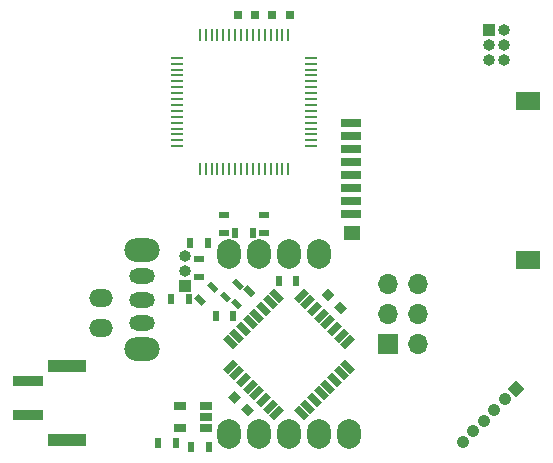
<source format=gbs>
G04 #@! TF.FileFunction,Soldermask,Bot*
%FSLAX46Y46*%
G04 Gerber Fmt 4.6, Leading zero omitted, Abs format (unit mm)*
G04 Created by KiCad (PCBNEW 4.0.6) date 07/07/17 15:20:00*
%MOMM*%
%LPD*%
G01*
G04 APERTURE LIST*
%ADD10C,0.100000*%
%ADD11R,1.000000X0.250000*%
%ADD12R,0.250000X1.000000*%
%ADD13R,1.000000X1.000000*%
%ADD14O,1.000000X1.000000*%
%ADD15R,0.500000X0.900000*%
%ADD16R,2.500000X0.900000*%
%ADD17O,2.000000X1.500000*%
%ADD18R,1.700000X1.700000*%
%ADD19O,1.700000X1.700000*%
%ADD20C,1.000000*%
%ADD21R,3.200000X1.000000*%
%ADD22R,0.900000X0.500000*%
%ADD23R,1.060000X0.650000*%
%ADD24O,2.000000X2.500000*%
%ADD25O,3.000000X2.000000*%
%ADD26O,2.200000X1.300000*%
%ADD27R,0.800000X0.750000*%
%ADD28R,1.678940X0.800100*%
%ADD29R,2.000000X1.501140*%
%ADD30R,1.400000X1.200000*%
%ADD31R,2.000000X1.500000*%
G04 APERTURE END LIST*
D10*
D11*
X44196000Y-43370000D03*
X44196000Y-42870000D03*
X44196000Y-42370000D03*
X44196000Y-41870000D03*
X44196000Y-41370000D03*
X44196000Y-40870000D03*
X44196000Y-40370000D03*
X44196000Y-39870000D03*
X44196000Y-39370000D03*
X44196000Y-38870000D03*
X44196000Y-38370000D03*
X44196000Y-37870000D03*
X44196000Y-37370000D03*
X44196000Y-36870000D03*
X44196000Y-36370000D03*
X44196000Y-35870000D03*
D12*
X46146000Y-33920000D03*
X46646000Y-33920000D03*
X47146000Y-33920000D03*
X47646000Y-33920000D03*
X48146000Y-33920000D03*
X48646000Y-33920000D03*
X49146000Y-33920000D03*
X49646000Y-33920000D03*
X50146000Y-33920000D03*
X50646000Y-33920000D03*
X51146000Y-33920000D03*
X51646000Y-33920000D03*
X52146000Y-33920000D03*
X52646000Y-33920000D03*
X53146000Y-33920000D03*
X53646000Y-33920000D03*
D11*
X55596000Y-35870000D03*
X55596000Y-36370000D03*
X55596000Y-36870000D03*
X55596000Y-37370000D03*
X55596000Y-37870000D03*
X55596000Y-38370000D03*
X55596000Y-38870000D03*
X55596000Y-39370000D03*
X55596000Y-39870000D03*
X55596000Y-40370000D03*
X55596000Y-40870000D03*
X55596000Y-41370000D03*
X55596000Y-41870000D03*
X55596000Y-42370000D03*
X55596000Y-42870000D03*
X55596000Y-43370000D03*
D12*
X53646000Y-45320000D03*
X53146000Y-45320000D03*
X52646000Y-45320000D03*
X52146000Y-45320000D03*
X51646000Y-45320000D03*
X51146000Y-45320000D03*
X50646000Y-45320000D03*
X50146000Y-45320000D03*
X49646000Y-45320000D03*
X49146000Y-45320000D03*
X48646000Y-45320000D03*
X48146000Y-45320000D03*
X47646000Y-45320000D03*
X47146000Y-45320000D03*
X46646000Y-45320000D03*
X46146000Y-45320000D03*
D13*
X44900000Y-55170000D03*
D14*
X44900000Y-53900000D03*
X44900000Y-52630000D03*
D15*
X47500000Y-57700000D03*
X49000000Y-57700000D03*
D10*
G36*
X58608668Y-57028338D02*
X58078338Y-57558668D01*
X57512652Y-56992982D01*
X58042982Y-56462652D01*
X58608668Y-57028338D01*
X58608668Y-57028338D01*
G37*
G36*
X57548008Y-55967678D02*
X57017678Y-56498008D01*
X56451992Y-55932322D01*
X56982322Y-55401992D01*
X57548008Y-55967678D01*
X57548008Y-55967678D01*
G37*
G36*
X50728338Y-65698008D02*
X50198008Y-66228338D01*
X49632322Y-65662652D01*
X50162652Y-65132322D01*
X50728338Y-65698008D01*
X50728338Y-65698008D01*
G37*
G36*
X49667678Y-64637348D02*
X49137348Y-65167678D01*
X48571662Y-64601992D01*
X49101992Y-64071662D01*
X49667678Y-64637348D01*
X49667678Y-64637348D01*
G37*
D16*
X31600000Y-66150000D03*
X31600000Y-63250000D03*
D10*
G36*
X54937437Y-55328501D02*
X55361701Y-55752765D01*
X54513173Y-56601293D01*
X54088909Y-56177029D01*
X54937437Y-55328501D01*
X54937437Y-55328501D01*
G37*
G36*
X55503122Y-55894187D02*
X55927386Y-56318451D01*
X55078858Y-57166979D01*
X54654594Y-56742715D01*
X55503122Y-55894187D01*
X55503122Y-55894187D01*
G37*
G36*
X56068808Y-56459872D02*
X56493072Y-56884136D01*
X55644544Y-57732664D01*
X55220280Y-57308400D01*
X56068808Y-56459872D01*
X56068808Y-56459872D01*
G37*
G36*
X56634493Y-57025557D02*
X57058757Y-57449821D01*
X56210229Y-58298349D01*
X55785965Y-57874085D01*
X56634493Y-57025557D01*
X56634493Y-57025557D01*
G37*
G36*
X57200179Y-57591243D02*
X57624443Y-58015507D01*
X56775915Y-58864035D01*
X56351651Y-58439771D01*
X57200179Y-57591243D01*
X57200179Y-57591243D01*
G37*
G36*
X57765864Y-58156928D02*
X58190128Y-58581192D01*
X57341600Y-59429720D01*
X56917336Y-59005456D01*
X57765864Y-58156928D01*
X57765864Y-58156928D01*
G37*
G36*
X58331549Y-58722614D02*
X58755813Y-59146878D01*
X57907285Y-59995406D01*
X57483021Y-59571142D01*
X58331549Y-58722614D01*
X58331549Y-58722614D01*
G37*
G36*
X58897235Y-59288299D02*
X59321499Y-59712563D01*
X58472971Y-60561091D01*
X58048707Y-60136827D01*
X58897235Y-59288299D01*
X58897235Y-59288299D01*
G37*
G36*
X59321499Y-62187437D02*
X58897235Y-62611701D01*
X58048707Y-61763173D01*
X58472971Y-61338909D01*
X59321499Y-62187437D01*
X59321499Y-62187437D01*
G37*
G36*
X58755813Y-62753122D02*
X58331549Y-63177386D01*
X57483021Y-62328858D01*
X57907285Y-61904594D01*
X58755813Y-62753122D01*
X58755813Y-62753122D01*
G37*
G36*
X58190128Y-63318808D02*
X57765864Y-63743072D01*
X56917336Y-62894544D01*
X57341600Y-62470280D01*
X58190128Y-63318808D01*
X58190128Y-63318808D01*
G37*
G36*
X57624443Y-63884493D02*
X57200179Y-64308757D01*
X56351651Y-63460229D01*
X56775915Y-63035965D01*
X57624443Y-63884493D01*
X57624443Y-63884493D01*
G37*
G36*
X57058757Y-64450179D02*
X56634493Y-64874443D01*
X55785965Y-64025915D01*
X56210229Y-63601651D01*
X57058757Y-64450179D01*
X57058757Y-64450179D01*
G37*
G36*
X56493072Y-65015864D02*
X56068808Y-65440128D01*
X55220280Y-64591600D01*
X55644544Y-64167336D01*
X56493072Y-65015864D01*
X56493072Y-65015864D01*
G37*
G36*
X55927386Y-65581549D02*
X55503122Y-66005813D01*
X54654594Y-65157285D01*
X55078858Y-64733021D01*
X55927386Y-65581549D01*
X55927386Y-65581549D01*
G37*
G36*
X55361701Y-66147235D02*
X54937437Y-66571499D01*
X54088909Y-65722971D01*
X54513173Y-65298707D01*
X55361701Y-66147235D01*
X55361701Y-66147235D01*
G37*
G36*
X52886827Y-65298707D02*
X53311091Y-65722971D01*
X52462563Y-66571499D01*
X52038299Y-66147235D01*
X52886827Y-65298707D01*
X52886827Y-65298707D01*
G37*
G36*
X52321142Y-64733021D02*
X52745406Y-65157285D01*
X51896878Y-66005813D01*
X51472614Y-65581549D01*
X52321142Y-64733021D01*
X52321142Y-64733021D01*
G37*
G36*
X51755456Y-64167336D02*
X52179720Y-64591600D01*
X51331192Y-65440128D01*
X50906928Y-65015864D01*
X51755456Y-64167336D01*
X51755456Y-64167336D01*
G37*
G36*
X51189771Y-63601651D02*
X51614035Y-64025915D01*
X50765507Y-64874443D01*
X50341243Y-64450179D01*
X51189771Y-63601651D01*
X51189771Y-63601651D01*
G37*
G36*
X50624085Y-63035965D02*
X51048349Y-63460229D01*
X50199821Y-64308757D01*
X49775557Y-63884493D01*
X50624085Y-63035965D01*
X50624085Y-63035965D01*
G37*
G36*
X50058400Y-62470280D02*
X50482664Y-62894544D01*
X49634136Y-63743072D01*
X49209872Y-63318808D01*
X50058400Y-62470280D01*
X50058400Y-62470280D01*
G37*
G36*
X49492715Y-61904594D02*
X49916979Y-62328858D01*
X49068451Y-63177386D01*
X48644187Y-62753122D01*
X49492715Y-61904594D01*
X49492715Y-61904594D01*
G37*
G36*
X48927029Y-61338909D02*
X49351293Y-61763173D01*
X48502765Y-62611701D01*
X48078501Y-62187437D01*
X48927029Y-61338909D01*
X48927029Y-61338909D01*
G37*
G36*
X49351293Y-60136827D02*
X48927029Y-60561091D01*
X48078501Y-59712563D01*
X48502765Y-59288299D01*
X49351293Y-60136827D01*
X49351293Y-60136827D01*
G37*
G36*
X49916979Y-59571142D02*
X49492715Y-59995406D01*
X48644187Y-59146878D01*
X49068451Y-58722614D01*
X49916979Y-59571142D01*
X49916979Y-59571142D01*
G37*
G36*
X50482664Y-59005456D02*
X50058400Y-59429720D01*
X49209872Y-58581192D01*
X49634136Y-58156928D01*
X50482664Y-59005456D01*
X50482664Y-59005456D01*
G37*
G36*
X51048349Y-58439771D02*
X50624085Y-58864035D01*
X49775557Y-58015507D01*
X50199821Y-57591243D01*
X51048349Y-58439771D01*
X51048349Y-58439771D01*
G37*
G36*
X51614035Y-57874085D02*
X51189771Y-58298349D01*
X50341243Y-57449821D01*
X50765507Y-57025557D01*
X51614035Y-57874085D01*
X51614035Y-57874085D01*
G37*
G36*
X52179720Y-57308400D02*
X51755456Y-57732664D01*
X50906928Y-56884136D01*
X51331192Y-56459872D01*
X52179720Y-57308400D01*
X52179720Y-57308400D01*
G37*
G36*
X52745406Y-56742715D02*
X52321142Y-57166979D01*
X51472614Y-56318451D01*
X51896878Y-55894187D01*
X52745406Y-56742715D01*
X52745406Y-56742715D01*
G37*
G36*
X53311091Y-56177029D02*
X52886827Y-56601293D01*
X52038299Y-55752765D01*
X52462563Y-55328501D01*
X53311091Y-56177029D01*
X53311091Y-56177029D01*
G37*
D17*
X37800000Y-56250000D03*
X37800000Y-58750000D03*
D18*
X62060000Y-60100000D03*
D19*
X64600000Y-60100000D03*
X62060000Y-57560000D03*
X64600000Y-57560000D03*
X62060000Y-55020000D03*
X64600000Y-55020000D03*
D10*
G36*
X72186970Y-63905923D02*
X72894077Y-63198816D01*
X73601184Y-63905923D01*
X72894077Y-64613030D01*
X72186970Y-63905923D01*
X72186970Y-63905923D01*
G37*
D20*
X71996051Y-64803949D02*
X71996051Y-64803949D01*
X71098026Y-65701974D02*
X71098026Y-65701974D01*
X70200000Y-66600000D02*
X70200000Y-66600000D01*
X69301975Y-67498025D02*
X69301975Y-67498025D01*
X68403949Y-68396051D02*
X68403949Y-68396051D01*
D21*
X34900000Y-68200000D03*
X34900000Y-62000000D03*
D15*
X46900000Y-68800000D03*
X45400000Y-68800000D03*
X44100000Y-68450000D03*
X42600000Y-68450000D03*
D22*
X51600000Y-49175000D03*
X51600000Y-50675000D03*
X48200000Y-49175000D03*
X48200000Y-50675000D03*
D15*
X45200000Y-56300000D03*
X43700000Y-56300000D03*
D10*
G36*
X47088909Y-54799695D02*
X47725305Y-55436091D01*
X47371751Y-55789645D01*
X46735355Y-55153249D01*
X47088909Y-54799695D01*
X47088909Y-54799695D01*
G37*
G36*
X46028249Y-55860355D02*
X46664645Y-56496751D01*
X46311091Y-56850305D01*
X45674695Y-56213909D01*
X46028249Y-55860355D01*
X46028249Y-55860355D01*
G37*
G36*
X49238909Y-54524695D02*
X49875305Y-55161091D01*
X49521751Y-55514645D01*
X48885355Y-54878249D01*
X49238909Y-54524695D01*
X49238909Y-54524695D01*
G37*
G36*
X48178249Y-55585355D02*
X48814645Y-56221751D01*
X48461091Y-56575305D01*
X47824695Y-55938909D01*
X48178249Y-55585355D01*
X48178249Y-55585355D01*
G37*
G36*
X50188909Y-55124695D02*
X50825305Y-55761091D01*
X50471751Y-56114645D01*
X49835355Y-55478249D01*
X50188909Y-55124695D01*
X50188909Y-55124695D01*
G37*
G36*
X49128249Y-56185355D02*
X49764645Y-56821751D01*
X49411091Y-57175305D01*
X48774695Y-56538909D01*
X49128249Y-56185355D01*
X49128249Y-56185355D01*
G37*
D22*
X46075000Y-52900000D03*
X46075000Y-54400000D03*
D15*
X50650000Y-50675000D03*
X49150000Y-50675000D03*
X45350000Y-51550000D03*
X46850000Y-51550000D03*
X52825000Y-54750000D03*
X54325000Y-54750000D03*
D23*
X46650000Y-65350000D03*
X46650000Y-66300000D03*
X46650000Y-67250000D03*
X44450000Y-67250000D03*
X44450000Y-65350000D03*
D24*
X56240000Y-52480000D03*
X53700000Y-52480000D03*
X51160000Y-52480000D03*
X48620000Y-52480000D03*
X48620000Y-67720000D03*
X51160000Y-67720000D03*
X53700000Y-67720000D03*
X56240000Y-67720000D03*
X58780000Y-67720000D03*
D25*
X41250000Y-60550000D03*
X41250000Y-52150000D03*
D26*
X41250000Y-58350000D03*
X41250000Y-56350000D03*
X41250000Y-54350000D03*
D27*
X50863500Y-32258000D03*
X49363500Y-32258000D03*
D28*
X58910220Y-41427400D03*
X58910220Y-42527220D03*
X58910220Y-43627040D03*
X58910220Y-44726860D03*
X58910220Y-45829220D03*
X58910220Y-46929040D03*
X58910220Y-48028860D03*
X58910220Y-49128680D03*
D29*
X73977500Y-39497000D03*
D30*
X59055000Y-50673000D03*
D31*
X73914000Y-52959000D03*
D13*
X70612000Y-33528000D03*
D14*
X71882000Y-33528000D03*
X70612000Y-34798000D03*
X71882000Y-34798000D03*
X70612000Y-36068000D03*
X71882000Y-36068000D03*
D27*
X52284500Y-32258000D03*
X53784500Y-32258000D03*
M02*

</source>
